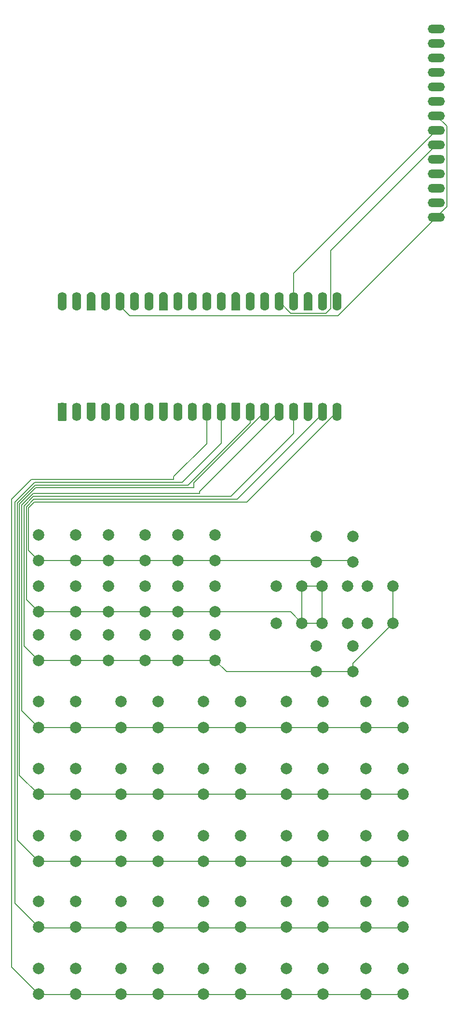
<source format=gtl>
G04 #@! TF.GenerationSoftware,KiCad,Pcbnew,9.0.3-9.0.3-0~ubuntu24.04.1*
G04 #@! TF.CreationDate,2025-09-17T21:15:32+02:00*
G04 #@! TF.ProjectId,PCB_ SEPARATED,5043425f-2053-4455-9041-52415445442e,rev?*
G04 #@! TF.SameCoordinates,Original*
G04 #@! TF.FileFunction,Copper,L1,Top*
G04 #@! TF.FilePolarity,Positive*
%FSLAX46Y46*%
G04 Gerber Fmt 4.6, Leading zero omitted, Abs format (unit mm)*
G04 Created by KiCad (PCBNEW 9.0.3-9.0.3-0~ubuntu24.04.1) date 2025-09-17 21:15:32*
%MOMM*%
%LPD*%
G01*
G04 APERTURE LIST*
G04 Aperture macros list*
%AMRoundRect*
0 Rectangle with rounded corners*
0 $1 Rounding radius*
0 $2 $3 $4 $5 $6 $7 $8 $9 X,Y pos of 4 corners*
0 Add a 4 corners polygon primitive as box body*
4,1,4,$2,$3,$4,$5,$6,$7,$8,$9,$2,$3,0*
0 Add four circle primitives for the rounded corners*
1,1,$1+$1,$2,$3*
1,1,$1+$1,$4,$5*
1,1,$1+$1,$6,$7*
1,1,$1+$1,$8,$9*
0 Add four rect primitives between the rounded corners*
20,1,$1+$1,$2,$3,$4,$5,0*
20,1,$1+$1,$4,$5,$6,$7,0*
20,1,$1+$1,$6,$7,$8,$9,0*
20,1,$1+$1,$8,$9,$2,$3,0*%
%AMFreePoly0*
4,1,37,0.800000,0.796148,0.878414,0.796148,1.032228,0.765552,1.177117,0.705537,1.307515,0.618408,1.418408,0.507515,1.505537,0.377117,1.565552,0.232228,1.596148,0.078414,1.596148,-0.078414,1.565552,-0.232228,1.505537,-0.377117,1.418408,-0.507515,1.307515,-0.618408,1.177117,-0.705537,1.032228,-0.765552,0.878414,-0.796148,0.800000,-0.796148,0.800000,-0.800000,-1.400000,-0.800000,
-1.403843,-0.796157,-1.439018,-0.796157,-1.511114,-0.766294,-1.566294,-0.711114,-1.596157,-0.639018,-1.596157,-0.603843,-1.600000,-0.600000,-1.600000,0.600000,-1.596157,0.603843,-1.596157,0.639018,-1.566294,0.711114,-1.511114,0.766294,-1.439018,0.796157,-1.403843,0.796157,-1.400000,0.800000,0.800000,0.800000,0.800000,0.796148,0.800000,0.796148,$1*%
%AMFreePoly1*
4,1,37,1.403843,0.796157,1.439018,0.796157,1.511114,0.766294,1.566294,0.711114,1.596157,0.639018,1.596157,0.603843,1.600000,0.600000,1.600000,-0.600000,1.596157,-0.603843,1.596157,-0.639018,1.566294,-0.711114,1.511114,-0.766294,1.439018,-0.796157,1.403843,-0.796157,1.400000,-0.800000,-0.800000,-0.800000,-0.800000,-0.796148,-0.878414,-0.796148,-1.032228,-0.765552,-1.177117,-0.705537,
-1.307515,-0.618408,-1.418408,-0.507515,-1.505537,-0.377117,-1.565552,-0.232228,-1.596148,-0.078414,-1.596148,0.078414,-1.565552,0.232228,-1.505537,0.377117,-1.418408,0.507515,-1.307515,0.618408,-1.177117,0.705537,-1.032228,0.765552,-0.878414,0.796148,-0.800000,0.796148,-0.800000,0.800000,1.400000,0.800000,1.403843,0.796157,1.403843,0.796157,$1*%
%AMFreePoly2*
4,1,37,0.603843,0.796157,0.639018,0.796157,0.711114,0.766294,0.766294,0.711114,0.796157,0.639018,0.796157,0.603843,0.800000,0.600000,0.800000,-0.600000,0.796157,-0.603843,0.796157,-0.639018,0.766294,-0.711114,0.711114,-0.766294,0.639018,-0.796157,0.603843,-0.796157,0.600000,-0.800000,0.000000,-0.800000,0.000000,-0.796148,-0.078414,-0.796148,-0.232228,-0.765552,-0.377117,-0.705537,
-0.507515,-0.618408,-0.618408,-0.507515,-0.705537,-0.377117,-0.765552,-0.232228,-0.796148,-0.078414,-0.796148,0.078414,-0.765552,0.232228,-0.705537,0.377117,-0.618408,0.507515,-0.507515,0.618408,-0.377117,0.705537,-0.232228,0.765552,-0.078414,0.796148,0.000000,0.796148,0.000000,0.800000,0.600000,0.800000,0.603843,0.796157,0.603843,0.796157,$1*%
%AMFreePoly3*
4,1,37,0.000000,0.796148,0.078414,0.796148,0.232228,0.765552,0.377117,0.705537,0.507515,0.618408,0.618408,0.507515,0.705537,0.377117,0.765552,0.232228,0.796148,0.078414,0.796148,-0.078414,0.765552,-0.232228,0.705537,-0.377117,0.618408,-0.507515,0.507515,-0.618408,0.377117,-0.705537,0.232228,-0.765552,0.078414,-0.796148,0.000000,-0.796148,0.000000,-0.800000,-0.600000,-0.800000,
-0.603843,-0.796157,-0.639018,-0.796157,-0.711114,-0.766294,-0.766294,-0.711114,-0.796157,-0.639018,-0.796157,-0.603843,-0.800000,-0.600000,-0.800000,0.600000,-0.796157,0.603843,-0.796157,0.639018,-0.766294,0.711114,-0.711114,0.766294,-0.639018,0.796157,-0.603843,0.796157,-0.600000,0.800000,0.000000,0.800000,0.000000,0.796148,0.000000,0.796148,$1*%
G04 Aperture macros list end*
G04 #@! TA.AperFunction,ComponentPad*
%ADD10C,2.000000*%
G04 #@! TD*
G04 #@! TA.AperFunction,SMDPad,CuDef*
%ADD11FreePoly0,90.000000*%
G04 #@! TD*
G04 #@! TA.AperFunction,ComponentPad*
%ADD12RoundRect,0.200000X0.600000X-0.600000X0.600000X0.600000X-0.600000X0.600000X-0.600000X-0.600000X0*%
G04 #@! TD*
G04 #@! TA.AperFunction,SMDPad,CuDef*
%ADD13RoundRect,0.800000X0.000010X-0.800000X0.000010X0.800000X-0.000010X0.800000X-0.000010X-0.800000X0*%
G04 #@! TD*
G04 #@! TA.AperFunction,ComponentPad*
%ADD14C,1.600000*%
G04 #@! TD*
G04 #@! TA.AperFunction,SMDPad,CuDef*
%ADD15FreePoly1,90.000000*%
G04 #@! TD*
G04 #@! TA.AperFunction,ComponentPad*
%ADD16FreePoly2,90.000000*%
G04 #@! TD*
G04 #@! TA.AperFunction,ComponentPad*
%ADD17FreePoly3,90.000000*%
G04 #@! TD*
G04 #@! TA.AperFunction,ComponentPad*
%ADD18O,3.000000X1.500000*%
G04 #@! TD*
G04 #@! TA.AperFunction,Conductor*
%ADD19C,0.200000*%
G04 #@! TD*
G04 #@! TA.AperFunction,Conductor*
%ADD20C,0.150000*%
G04 #@! TD*
G04 APERTURE END LIST*
D10*
G04 #@! TO.P,SW39,1,C*
G04 #@! TO.N,/C5*
X114710000Y-180500000D03*
X121210000Y-180500000D03*
G04 #@! TO.P,SW39,2,D*
G04 #@! TO.N,/L7*
X114710000Y-185000000D03*
X121210000Y-185000000D03*
G04 #@! TD*
G04 #@! TO.P,SW30,1,C*
G04 #@! TO.N,/C4*
X100710000Y-169000000D03*
X107210000Y-169000000D03*
G04 #@! TO.P,SW30,2,D*
G04 #@! TO.N,/L6*
X100710000Y-173500000D03*
X107210000Y-173500000D03*
G04 #@! TD*
G04 #@! TO.P,SW4,1,C*
G04 #@! TO.N,/C1*
X57210000Y-145500000D03*
X63710000Y-145500000D03*
G04 #@! TO.P,SW4,2,D*
G04 #@! TO.N,/L4*
X57210000Y-150000000D03*
X63710000Y-150000000D03*
G04 #@! TD*
G04 #@! TO.P,SW26,1,C*
G04 #@! TO.N,/C4*
X98960000Y-131750000D03*
X98960000Y-125250000D03*
G04 #@! TO.P,SW26,2,D*
G04 #@! TO.N,/L2*
X103460000Y-131750000D03*
X103460000Y-125250000D03*
G04 #@! TD*
G04 #@! TO.P,SW25,1,C*
G04 #@! TO.N,/C4*
X105960000Y-116500000D03*
X112460000Y-116500000D03*
G04 #@! TO.P,SW25,2,D*
G04 #@! TO.N,/L1*
X105960000Y-121000000D03*
X112460000Y-121000000D03*
G04 #@! TD*
G04 #@! TO.P,SW28,1,C*
G04 #@! TO.N,/C4*
X100710000Y-145500000D03*
X107210000Y-145500000D03*
G04 #@! TO.P,SW28,2,D*
G04 #@! TO.N,/L4*
X100710000Y-150000000D03*
X107210000Y-150000000D03*
G04 #@! TD*
G04 #@! TO.P,SW11,1,C*
G04 #@! TO.N,/C2*
X69460000Y-133750000D03*
X75960000Y-133750000D03*
G04 #@! TO.P,SW11,2,D*
G04 #@! TO.N,/L3*
X69460000Y-138250000D03*
X75960000Y-138250000D03*
G04 #@! TD*
G04 #@! TO.P,SW5,1,C*
G04 #@! TO.N,/C1*
X57210000Y-157250000D03*
X63710000Y-157250000D03*
G04 #@! TO.P,SW5,2,D*
G04 #@! TO.N,/L5*
X57210000Y-161750000D03*
X63710000Y-161750000D03*
G04 #@! TD*
G04 #@! TO.P,SW15,1,C*
G04 #@! TO.N,/C2*
X71710000Y-180500000D03*
X78210000Y-180500000D03*
G04 #@! TO.P,SW15,2,D*
G04 #@! TO.N,/L7*
X71710000Y-185000000D03*
X78210000Y-185000000D03*
G04 #@! TD*
G04 #@! TO.P,SW23,1,C*
G04 #@! TO.N,/C3*
X86210000Y-180500000D03*
X92710000Y-180500000D03*
G04 #@! TO.P,SW23,2,D*
G04 #@! TO.N,/L7*
X86210000Y-185000000D03*
X92710000Y-185000000D03*
G04 #@! TD*
G04 #@! TO.P,SW8,1,C*
G04 #@! TO.N,/C1*
X57210000Y-192250000D03*
X63710000Y-192250000D03*
G04 #@! TO.P,SW8,2,D*
G04 #@! TO.N,/L8*
X57210000Y-196750000D03*
X63710000Y-196750000D03*
G04 #@! TD*
G04 #@! TO.P,SW20,1,C*
G04 #@! TO.N,/C3*
X86210000Y-145500000D03*
X92710000Y-145500000D03*
G04 #@! TO.P,SW20,2,D*
G04 #@! TO.N,/L4*
X86210000Y-150000000D03*
X92710000Y-150000000D03*
G04 #@! TD*
G04 #@! TO.P,SW18,1,C*
G04 #@! TO.N,/C3*
X81710000Y-125250000D03*
X88210000Y-125250000D03*
G04 #@! TO.P,SW18,2,D*
G04 #@! TO.N,/L2*
X81710000Y-129750000D03*
X88210000Y-129750000D03*
G04 #@! TD*
G04 #@! TO.P,SW13,1,C*
G04 #@! TO.N,/C2*
X71710000Y-157250000D03*
X78210000Y-157250000D03*
G04 #@! TO.P,SW13,2,D*
G04 #@! TO.N,/L5*
X71710000Y-161750000D03*
X78210000Y-161750000D03*
G04 #@! TD*
G04 #@! TO.P,SW21,1,C*
G04 #@! TO.N,/C3*
X86210000Y-157250000D03*
X92710000Y-157250000D03*
G04 #@! TO.P,SW21,2,D*
G04 #@! TO.N,/L5*
X86210000Y-161750000D03*
X92710000Y-161750000D03*
G04 #@! TD*
G04 #@! TO.P,SW24,1,C*
G04 #@! TO.N,/C3*
X86210000Y-192250000D03*
X92710000Y-192250000D03*
G04 #@! TO.P,SW24,2,D*
G04 #@! TO.N,/L8*
X86210000Y-196750000D03*
X92710000Y-196750000D03*
G04 #@! TD*
G04 #@! TO.P,SW32,1,C*
G04 #@! TO.N,/C4*
X100710000Y-192250000D03*
X107210000Y-192250000D03*
G04 #@! TO.P,SW32,2,D*
G04 #@! TO.N,/L8*
X100710000Y-196750000D03*
X107210000Y-196750000D03*
G04 #@! TD*
G04 #@! TO.P,SW1,1,C*
G04 #@! TO.N,/C1*
X57210000Y-116250000D03*
X63710000Y-116250000D03*
G04 #@! TO.P,SW1,2,D*
G04 #@! TO.N,/L1*
X57210000Y-120750000D03*
X63710000Y-120750000D03*
G04 #@! TD*
G04 #@! TO.P,SW31,1,C*
G04 #@! TO.N,/C4*
X100710000Y-180500000D03*
X107210000Y-180500000D03*
G04 #@! TO.P,SW31,2,D*
G04 #@! TO.N,/L7*
X100710000Y-185000000D03*
X107210000Y-185000000D03*
G04 #@! TD*
G04 #@! TO.P,SW40,1,C*
G04 #@! TO.N,/C5*
X114710000Y-192250000D03*
X121210000Y-192250000D03*
G04 #@! TO.P,SW40,2,D*
G04 #@! TO.N,/L8*
X114710000Y-196750000D03*
X121210000Y-196750000D03*
G04 #@! TD*
G04 #@! TO.P,SW9,1,C*
G04 #@! TO.N,/C2*
X69460000Y-116250000D03*
X75960000Y-116250000D03*
G04 #@! TO.P,SW9,2,D*
G04 #@! TO.N,/L1*
X69460000Y-120750000D03*
X75960000Y-120750000D03*
G04 #@! TD*
G04 #@! TO.P,SW34,1,C*
G04 #@! TO.N,/C5*
X111460000Y-125250000D03*
X111460000Y-131750000D03*
G04 #@! TO.P,SW34,2,D*
G04 #@! TO.N,/L2*
X106960000Y-125250000D03*
X106960000Y-131750000D03*
G04 #@! TD*
D11*
G04 #@! TO.P,A1,1,GPIO0*
G04 #@! TO.N,/C1*
X61330000Y-94690000D03*
D12*
X61330000Y-93890000D03*
D13*
G04 #@! TO.P,A1,2,GPIO1*
G04 #@! TO.N,/C2*
X63870000Y-94690000D03*
D14*
X63870000Y-93890000D03*
D15*
G04 #@! TO.P,A1,3,GND*
G04 #@! TO.N,GND*
X66410000Y-94690000D03*
D16*
X66410000Y-93890000D03*
D13*
G04 #@! TO.P,A1,4,GPIO2*
G04 #@! TO.N,/C3*
X68950000Y-94690000D03*
D14*
X68950000Y-93890000D03*
D13*
G04 #@! TO.P,A1,5,GPIO3*
G04 #@! TO.N,/C4*
X71490000Y-94690000D03*
D14*
X71490000Y-93890000D03*
D13*
G04 #@! TO.P,A1,6,GPIO4*
G04 #@! TO.N,/C5*
X74030000Y-94690000D03*
D14*
X74030000Y-93890000D03*
D13*
G04 #@! TO.P,A1,7,GPIO5*
G04 #@! TO.N,/C6*
X76570000Y-94690000D03*
D14*
X76570000Y-93890000D03*
D15*
G04 #@! TO.P,A1,8,GND*
G04 #@! TO.N,GND*
X79110000Y-94690000D03*
D16*
X79110000Y-93890000D03*
D13*
G04 #@! TO.P,A1,9,GPIO6*
G04 #@! TO.N,/C7*
X81650000Y-94690000D03*
D14*
X81650000Y-93890000D03*
D13*
G04 #@! TO.P,A1,10,GPIO7*
G04 #@! TO.N,/C8*
X84190000Y-94690000D03*
D14*
X84190000Y-93890000D03*
D13*
G04 #@! TO.P,A1,11,GPIO8*
G04 #@! TO.N,/L8*
X86730000Y-94690000D03*
D14*
X86730000Y-93890000D03*
D13*
G04 #@! TO.P,A1,12,GPIO9*
G04 #@! TO.N,/L7*
X89270000Y-94690000D03*
D14*
X89270000Y-93890000D03*
D15*
G04 #@! TO.P,A1,13,GND*
G04 #@! TO.N,GND*
X91810000Y-94690000D03*
D16*
X91810000Y-93890000D03*
D13*
G04 #@! TO.P,A1,14,GPIO10*
G04 #@! TO.N,/L6*
X94350000Y-94690000D03*
D14*
X94350000Y-93890000D03*
D13*
G04 #@! TO.P,A1,15,GPIO11*
G04 #@! TO.N,/L5*
X96890000Y-94690000D03*
D14*
X96890000Y-93890000D03*
D13*
G04 #@! TO.P,A1,16,GPIO12*
G04 #@! TO.N,/L4*
X99430000Y-94690000D03*
D14*
X99430000Y-93890000D03*
D13*
G04 #@! TO.P,A1,17,GPIO13*
G04 #@! TO.N,/L3*
X101970000Y-94690000D03*
D14*
X101970000Y-93890000D03*
D15*
G04 #@! TO.P,A1,18,GND*
G04 #@! TO.N,GND*
X104510000Y-94690000D03*
D16*
X104510000Y-93890000D03*
D13*
G04 #@! TO.P,A1,19,GPIO14*
G04 #@! TO.N,/L2*
X107050000Y-94690000D03*
D14*
X107050000Y-93890000D03*
D13*
G04 #@! TO.P,A1,20,GPIO15*
G04 #@! TO.N,/L1*
X109590000Y-94690000D03*
D14*
X109590000Y-93890000D03*
G04 #@! TO.P,A1,21,GPIO16*
G04 #@! TO.N,/GPIO16*
X109590000Y-76110000D03*
D13*
X109590000Y-75310000D03*
D14*
G04 #@! TO.P,A1,22,GPIO17*
G04 #@! TO.N,/GPIO17*
X107050000Y-76110000D03*
D13*
X107050000Y-75310000D03*
D17*
G04 #@! TO.P,A1,23,GND*
G04 #@! TO.N,GND*
X104510000Y-76110000D03*
D11*
X104510000Y-75310000D03*
D14*
G04 #@! TO.P,A1,24,GPIO18*
G04 #@! TO.N,/GPIO18*
X101970000Y-76110000D03*
D13*
X101970000Y-75310000D03*
D14*
G04 #@! TO.P,A1,25,GPIO19*
G04 #@! TO.N,/GPIO19*
X99430000Y-76110000D03*
D13*
X99430000Y-75310000D03*
D14*
G04 #@! TO.P,A1,26,GPIO20*
G04 #@! TO.N,/GPIO20*
X96890000Y-76110000D03*
D13*
X96890000Y-75310000D03*
D14*
G04 #@! TO.P,A1,27,GPIO21*
G04 #@! TO.N,unconnected-(A1-GPIO21-Pad27)*
X94350000Y-76110000D03*
D13*
X94350000Y-75310000D03*
D17*
G04 #@! TO.P,A1,28,GND*
G04 #@! TO.N,GND*
X91810000Y-76110000D03*
D11*
X91810000Y-75310000D03*
D14*
G04 #@! TO.P,A1,29,GPIO22*
G04 #@! TO.N,unconnected-(A1-GPIO22-Pad29)*
X89270000Y-76110000D03*
D13*
X89270000Y-75310000D03*
D14*
G04 #@! TO.P,A1,30,RUN*
G04 #@! TO.N,unconnected-(A1-RUN-Pad30)*
X86730000Y-76110000D03*
D13*
X86730000Y-75310000D03*
D14*
G04 #@! TO.P,A1,31,GPIO26_ADC0*
G04 #@! TO.N,unconnected-(A1-GPIO26_ADC0-Pad31)*
X84190000Y-76110000D03*
D13*
X84190000Y-75310000D03*
D14*
G04 #@! TO.P,A1,32,GPIO27_ADC1*
G04 #@! TO.N,unconnected-(A1-GPIO27_ADC1-Pad32)*
X81650000Y-76110000D03*
D13*
X81650000Y-75310000D03*
D17*
G04 #@! TO.P,A1,33,AGND*
G04 #@! TO.N,unconnected-(A1-AGND-Pad33)*
X79110000Y-76110000D03*
D11*
X79110000Y-75310000D03*
D14*
G04 #@! TO.P,A1,34,GPIO28_ADC2*
G04 #@! TO.N,unconnected-(A1-GPIO28_ADC2-Pad34)*
X76570000Y-76110000D03*
D13*
X76570000Y-75310000D03*
D14*
G04 #@! TO.P,A1,35,ADC_VREF*
G04 #@! TO.N,unconnected-(A1-ADC_VREF-Pad35)*
X74030000Y-76110000D03*
D13*
X74030000Y-75310000D03*
D14*
G04 #@! TO.P,A1,36,3V3*
G04 #@! TO.N,+3V3*
X71490000Y-76110000D03*
D13*
X71490000Y-75310000D03*
D14*
G04 #@! TO.P,A1,37,3V3_EN*
G04 #@! TO.N,unconnected-(A1-3V3_EN-Pad37)*
X68950000Y-76110000D03*
D13*
X68950000Y-75310000D03*
D17*
G04 #@! TO.P,A1,38,GND*
G04 #@! TO.N,GND*
X66410000Y-76110000D03*
D11*
X66410000Y-75310000D03*
D14*
G04 #@! TO.P,A1,39,VSYS*
G04 #@! TO.N,unconnected-(A1-VSYS-Pad39)*
X63870000Y-76110000D03*
D13*
X63870000Y-75310000D03*
D14*
G04 #@! TO.P,A1,40,VBUS*
G04 #@! TO.N,unconnected-(A1-VBUS-Pad40)*
X61330000Y-76110000D03*
D13*
X61330000Y-75310000D03*
G04 #@! TD*
D10*
G04 #@! TO.P,SW27,1,C*
G04 #@! TO.N,/C4*
X105960000Y-135750000D03*
X112460000Y-135750000D03*
G04 #@! TO.P,SW27,2,D*
G04 #@! TO.N,/L3*
X105960000Y-140250000D03*
X112460000Y-140250000D03*
G04 #@! TD*
D18*
G04 #@! TO.P,U5,1,VCC*
G04 #@! TO.N,+3V3*
X127100000Y-60510000D03*
G04 #@! TO.P,U5,2,GND*
G04 #@! TO.N,GND*
X127100000Y-57970000D03*
G04 #@! TO.P,U5,3,CS*
G04 #@! TO.N,/GPIO17*
X127100000Y-55430000D03*
G04 #@! TO.P,U5,4,RST*
G04 #@! TO.N,/GPIO20*
X127100000Y-52890000D03*
G04 #@! TO.P,U5,5,DC*
G04 #@! TO.N,/GPIO16*
X127100000Y-50350000D03*
G04 #@! TO.P,U5,6,MOSI*
G04 #@! TO.N,/GPIO19*
X127100000Y-47810000D03*
G04 #@! TO.P,U5,7,SCK*
G04 #@! TO.N,/GPIO18*
X127100000Y-45270000D03*
G04 #@! TO.P,U5,8,LED*
G04 #@! TO.N,+3V3*
X127100000Y-42730000D03*
G04 #@! TO.P,U5,9,MISO*
G04 #@! TO.N,unconnected-(U5-MISO-Pad9)*
X127100000Y-40190000D03*
G04 #@! TO.P,U5,10*
G04 #@! TO.N,unconnected-(U5-Pad10)*
X127100000Y-37650000D03*
G04 #@! TO.P,U5,11*
G04 #@! TO.N,unconnected-(U5-Pad11)*
X127100000Y-35110000D03*
G04 #@! TO.P,U5,12*
G04 #@! TO.N,unconnected-(U5-Pad12)*
X127100000Y-32570000D03*
G04 #@! TO.P,U5,13*
G04 #@! TO.N,unconnected-(U5-Pad13)*
X127100000Y-30030000D03*
G04 #@! TO.P,U5,14*
G04 #@! TO.N,unconnected-(U5-Pad14)*
X127100000Y-27490000D03*
G04 #@! TD*
D10*
G04 #@! TO.P,SW16,1,C*
G04 #@! TO.N,/C2*
X71710000Y-192250000D03*
X78210000Y-192250000D03*
G04 #@! TO.P,SW16,2,D*
G04 #@! TO.N,/L8*
X71710000Y-196750000D03*
X78210000Y-196750000D03*
G04 #@! TD*
G04 #@! TO.P,SW17,1,C*
G04 #@! TO.N,/C3*
X81710000Y-116250000D03*
X88210000Y-116250000D03*
G04 #@! TO.P,SW17,2,D*
G04 #@! TO.N,/L1*
X81710000Y-120750000D03*
X88210000Y-120750000D03*
G04 #@! TD*
G04 #@! TO.P,SW38,1,C*
G04 #@! TO.N,/C5*
X114710000Y-169000000D03*
X121210000Y-169000000D03*
G04 #@! TO.P,SW38,2,D*
G04 #@! TO.N,/L6*
X114710000Y-173500000D03*
X121210000Y-173500000D03*
G04 #@! TD*
G04 #@! TO.P,SW19,1,C*
G04 #@! TO.N,/C3*
X81710000Y-133750000D03*
X88210000Y-133750000D03*
G04 #@! TO.P,SW19,2,D*
G04 #@! TO.N,/L3*
X81710000Y-138250000D03*
X88210000Y-138250000D03*
G04 #@! TD*
G04 #@! TO.P,SW36,1,C*
G04 #@! TO.N,/C5*
X114710000Y-145500000D03*
X121210000Y-145500000D03*
G04 #@! TO.P,SW36,2,D*
G04 #@! TO.N,/L4*
X114710000Y-150000000D03*
X121210000Y-150000000D03*
G04 #@! TD*
G04 #@! TO.P,SW14,1,C*
G04 #@! TO.N,/C2*
X71710000Y-169000000D03*
X78210000Y-169000000D03*
G04 #@! TO.P,SW14,2,D*
G04 #@! TO.N,/L6*
X71710000Y-173500000D03*
X78210000Y-173500000D03*
G04 #@! TD*
G04 #@! TO.P,SW2,1,C*
G04 #@! TO.N,/C1*
X57210000Y-125250000D03*
X63710000Y-125250000D03*
G04 #@! TO.P,SW2,2,D*
G04 #@! TO.N,/L2*
X57210000Y-129750000D03*
X63710000Y-129750000D03*
G04 #@! TD*
G04 #@! TO.P,SW22,1,C*
G04 #@! TO.N,/C3*
X86210000Y-169000000D03*
X92710000Y-169000000D03*
G04 #@! TO.P,SW22,2,D*
G04 #@! TO.N,/L6*
X86210000Y-173500000D03*
X92710000Y-173500000D03*
G04 #@! TD*
G04 #@! TO.P,SW12,1,C*
G04 #@! TO.N,/C2*
X71710000Y-145500000D03*
X78210000Y-145500000D03*
G04 #@! TO.P,SW12,2,D*
G04 #@! TO.N,/L4*
X71710000Y-150000000D03*
X78210000Y-150000000D03*
G04 #@! TD*
G04 #@! TO.P,SW3,1,C*
G04 #@! TO.N,/C1*
X57210000Y-133750000D03*
X63710000Y-133750000D03*
G04 #@! TO.P,SW3,2,D*
G04 #@! TO.N,/L3*
X57210000Y-138250000D03*
X63710000Y-138250000D03*
G04 #@! TD*
G04 #@! TO.P,SW7,1,C*
G04 #@! TO.N,/C1*
X57210000Y-180500000D03*
X63710000Y-180500000D03*
G04 #@! TO.P,SW7,2,D*
G04 #@! TO.N,/L7*
X57210000Y-185000000D03*
X63710000Y-185000000D03*
G04 #@! TD*
G04 #@! TO.P,SW29,1,C*
G04 #@! TO.N,/C4*
X100710000Y-157250000D03*
X107210000Y-157250000D03*
G04 #@! TO.P,SW29,2,D*
G04 #@! TO.N,/L5*
X100710000Y-161750000D03*
X107210000Y-161750000D03*
G04 #@! TD*
G04 #@! TO.P,SW6,1,C*
G04 #@! TO.N,/C1*
X57210000Y-169000000D03*
X63710000Y-169000000D03*
G04 #@! TO.P,SW6,2,D*
G04 #@! TO.N,/L6*
X57210000Y-173500000D03*
X63710000Y-173500000D03*
G04 #@! TD*
G04 #@! TO.P,SW35,1,C*
G04 #@! TO.N,/C5*
X114960000Y-131750000D03*
X114960000Y-125250000D03*
G04 #@! TO.P,SW35,2,D*
G04 #@! TO.N,/L3*
X119460000Y-131750000D03*
X119460000Y-125250000D03*
G04 #@! TD*
G04 #@! TO.P,SW10,1,C*
G04 #@! TO.N,/C2*
X69460000Y-125250000D03*
X75960000Y-125250000D03*
G04 #@! TO.P,SW10,2,D*
G04 #@! TO.N,/L2*
X69460000Y-129750000D03*
X75960000Y-129750000D03*
G04 #@! TD*
G04 #@! TO.P,SW37,1,C*
G04 #@! TO.N,/C5*
X114710000Y-157250000D03*
X121210000Y-157250000D03*
G04 #@! TO.P,SW37,2,D*
G04 #@! TO.N,/L5*
X114710000Y-161750000D03*
X121210000Y-161750000D03*
G04 #@! TD*
D19*
G04 #@! TO.N,/L1*
X88210000Y-120750000D02*
X112210000Y-120750000D01*
X55460000Y-119000000D02*
X55460000Y-111500000D01*
X57210000Y-120750000D02*
X55460000Y-119000000D01*
X112210000Y-120750000D02*
X112460000Y-121000000D01*
X57210000Y-120750000D02*
X88210000Y-120750000D01*
X56460000Y-110500000D02*
X93780000Y-110500000D01*
X55460000Y-111500000D02*
X56460000Y-110500000D01*
X93780000Y-110500000D02*
X109590000Y-94690000D01*
G04 #@! TO.N,/L2*
X88210000Y-129750000D02*
X101460000Y-129750000D01*
X106960000Y-125250000D02*
X106960000Y-131750000D01*
X56392900Y-110000000D02*
X92071370Y-110000000D01*
X92071370Y-110000000D02*
X107050000Y-95021370D01*
X103460000Y-125250000D02*
X106960000Y-125250000D01*
X106960000Y-131750000D02*
X103460000Y-131750000D01*
X107050000Y-95021370D02*
X107050000Y-93890000D01*
X57210000Y-129750000D02*
X88210000Y-129750000D01*
X57210000Y-129750000D02*
X55059000Y-127599000D01*
X55059000Y-111333900D02*
X56392900Y-110000000D01*
X101460000Y-129750000D02*
X103460000Y-131750000D01*
X55059000Y-127599000D02*
X55059000Y-111333900D01*
X103460000Y-131750000D02*
X103460000Y-125250000D01*
G04 #@! TO.N,/L3*
X105960000Y-140250000D02*
X112460000Y-140250000D01*
X57210000Y-138250000D02*
X54658000Y-135698000D01*
X57210000Y-138250000D02*
X88210000Y-138250000D01*
X119460000Y-131750000D02*
X112460000Y-138750000D01*
X90210000Y-140250000D02*
X105960000Y-140250000D01*
X119460000Y-125250000D02*
X119460000Y-131750000D01*
X88210000Y-138250000D02*
X90210000Y-140250000D01*
X54658000Y-135698000D02*
X54658000Y-111167800D01*
X112460000Y-138750000D02*
X112460000Y-140250000D01*
X54658000Y-111167800D02*
X56325800Y-109500000D01*
X101970000Y-98490000D02*
X101970000Y-94690000D01*
X90960000Y-109500000D02*
X101970000Y-98490000D01*
X56325800Y-109500000D02*
X90960000Y-109500000D01*
G04 #@! TO.N,/L4*
X54257000Y-147047000D02*
X54257000Y-111001700D01*
X56258700Y-109000000D02*
X85460000Y-109000000D01*
X57210000Y-150000000D02*
X54257000Y-147047000D01*
X85460000Y-109000000D02*
X85460000Y-108660000D01*
X85460000Y-108660000D02*
X99430000Y-94690000D01*
X54257000Y-111001700D02*
X56258700Y-109000000D01*
D20*
X57710000Y-150050000D02*
X121960000Y-150050000D01*
D19*
G04 #@! TO.N,/L5*
X84460000Y-108000000D02*
X84460000Y-107120000D01*
X56691600Y-108000000D02*
X84460000Y-108000000D01*
D20*
X57710000Y-161762500D02*
X121960000Y-161762500D01*
D19*
X84460000Y-107120000D02*
X96890000Y-94690000D01*
X53856000Y-110835600D02*
X56691600Y-108000000D01*
X57210000Y-161750000D02*
X53856000Y-158396000D01*
X53856000Y-158396000D02*
X53856000Y-110835600D01*
G04 #@! TO.N,/L6*
X53455000Y-169745000D02*
X53455000Y-110669500D01*
X53455000Y-110669500D02*
X56624500Y-107500000D01*
X94350000Y-96610000D02*
X94350000Y-93890000D01*
X56624500Y-107500000D02*
X83460000Y-107500000D01*
D20*
X57710000Y-173475000D02*
X121960000Y-173475000D01*
D19*
X83460000Y-107500000D02*
X94350000Y-96610000D01*
X57210000Y-173500000D02*
X53455000Y-169745000D01*
G04 #@! TO.N,/L7*
X53054000Y-110503400D02*
X56557400Y-107000000D01*
X82460000Y-107000000D02*
X89270000Y-100190000D01*
X53054000Y-180844000D02*
X53054000Y-110503400D01*
D20*
X57710000Y-185187500D02*
X121960000Y-185187500D01*
D19*
X89270000Y-100190000D02*
X89270000Y-94690000D01*
X57210000Y-185000000D02*
X53054000Y-180844000D01*
X56557400Y-107000000D02*
X82460000Y-107000000D01*
G04 #@! TO.N,/L8*
X86730000Y-100230000D02*
X86730000Y-94690000D01*
X57210000Y-196750000D02*
X52460000Y-192000000D01*
D20*
X57710000Y-196900000D02*
X121960000Y-196900000D01*
D19*
X80960000Y-106000000D02*
X86730000Y-100230000D01*
X52460000Y-192000000D02*
X52460000Y-110000000D01*
X55960000Y-106500000D02*
X80960000Y-106500000D01*
X80960000Y-106500000D02*
X80960000Y-106000000D01*
X52460000Y-110000000D02*
X55960000Y-106500000D01*
G04 #@! TO.N,/GPIO19*
X127100000Y-47810000D02*
X108489000Y-66421000D01*
X101518000Y-77398000D02*
X99430000Y-75310000D01*
X107657050Y-77398000D02*
X101518000Y-77398000D01*
X108489000Y-66421000D02*
X108489000Y-76566050D01*
X108489000Y-76566050D02*
X107657050Y-77398000D01*
G04 #@! TO.N,+3V3*
X127100000Y-60510000D02*
X109811000Y-77799000D01*
X73179000Y-77799000D02*
X71490000Y-76110000D01*
X109811000Y-77799000D02*
X73179000Y-77799000D01*
X128901000Y-44531000D02*
X127100000Y-42730000D01*
X128901000Y-58709000D02*
X128901000Y-44531000D01*
X127100000Y-60510000D02*
X128901000Y-58709000D01*
G04 #@! TO.N,/GPIO18*
X127100000Y-45270000D02*
X101970000Y-70400000D01*
X101970000Y-70400000D02*
X101970000Y-75310000D01*
G04 #@! TD*
M02*

</source>
